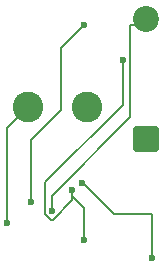
<source format=gbr>
%TF.GenerationSoftware,KiCad,Pcbnew,9.0.4*%
%TF.CreationDate,2025-11-07T15:23:53-06:00*%
%TF.ProjectId,solenoid_breakoutboard,736f6c65-6e6f-4696-945f-627265616b6f,rev?*%
%TF.SameCoordinates,Original*%
%TF.FileFunction,Copper,L2,Bot*%
%TF.FilePolarity,Positive*%
%FSLAX46Y46*%
G04 Gerber Fmt 4.6, Leading zero omitted, Abs format (unit mm)*
G04 Created by KiCad (PCBNEW 9.0.4) date 2025-11-07 15:23:53*
%MOMM*%
%LPD*%
G01*
G04 APERTURE LIST*
G04 Aperture macros list*
%AMRoundRect*
0 Rectangle with rounded corners*
0 $1 Rounding radius*
0 $2 $3 $4 $5 $6 $7 $8 $9 X,Y pos of 4 corners*
0 Add a 4 corners polygon primitive as box body*
4,1,4,$2,$3,$4,$5,$6,$7,$8,$9,$2,$3,0*
0 Add four circle primitives for the rounded corners*
1,1,$1+$1,$2,$3*
1,1,$1+$1,$4,$5*
1,1,$1+$1,$6,$7*
1,1,$1+$1,$8,$9*
0 Add four rect primitives between the rounded corners*
20,1,$1+$1,$2,$3,$4,$5,0*
20,1,$1+$1,$4,$5,$6,$7,0*
20,1,$1+$1,$6,$7,$8,$9,0*
20,1,$1+$1,$8,$9,$2,$3,0*%
G04 Aperture macros list end*
%TA.AperFunction,ComponentPad*%
%ADD10C,2.600000*%
%TD*%
%TA.AperFunction,ComponentPad*%
%ADD11RoundRect,0.249999X0.850001X-0.850001X0.850001X0.850001X-0.850001X0.850001X-0.850001X-0.850001X0*%
%TD*%
%TA.AperFunction,ComponentPad*%
%ADD12C,2.200000*%
%TD*%
%TA.AperFunction,ViaPad*%
%ADD13C,0.600000*%
%TD*%
%TA.AperFunction,Conductor*%
%ADD14C,0.200000*%
%TD*%
G04 APERTURE END LIST*
D10*
%TO.P,L1,1,1*%
%TO.N,Net-(L1-Pad1)*%
X118000000Y-82750000D03*
%TO.P,L1,2,2*%
%TO.N,+5V*%
X123000000Y-82750000D03*
%TD*%
D11*
%TO.P,D1,1,K*%
%TO.N,+5V*%
X128000000Y-85410000D03*
D12*
%TO.P,D1,2,A*%
%TO.N,Net-(D1-A)*%
X128000000Y-75250000D03*
%TD*%
D13*
%TO.N,Net-(D1-A)*%
X120000000Y-91500000D03*
%TO.N,Net-(Q1A-G1)*%
X122750000Y-75750000D03*
X118250000Y-90750000D03*
%TO.N,GND*%
X126000000Y-78750000D03*
X122750000Y-94000000D03*
X121750000Y-89750000D03*
%TO.N,Net-(U1-IO0)*%
X122584692Y-89140929D03*
X128500000Y-95500000D03*
%TO.N,Net-(L1-Pad1)*%
X116250000Y-92500000D03*
%TD*%
D14*
%TO.N,Net-(D1-A)*%
X126660000Y-83590000D02*
X126660000Y-75750000D01*
X120000000Y-90250000D02*
X126660000Y-83590000D01*
X126660000Y-75750000D02*
X127500000Y-75750000D01*
X127500000Y-75750000D02*
X128000000Y-75250000D01*
X120000000Y-91500000D02*
X120000000Y-90250000D01*
%TO.N,Net-(Q1A-G1)*%
X118250000Y-90750000D02*
X118250000Y-85500000D01*
X120750000Y-83000000D02*
X120750000Y-77750000D01*
X120750000Y-77750000D02*
X122750000Y-75750000D01*
X118250000Y-85500000D02*
X120750000Y-83000000D01*
%TO.N,GND*%
X121750000Y-90599943D02*
X120099943Y-92250000D01*
X119900057Y-92250000D02*
X119399000Y-91748943D01*
X122750000Y-91250000D02*
X121750000Y-90250000D01*
X119399000Y-89101000D02*
X126000000Y-82500000D01*
X121750000Y-89750000D02*
X121750000Y-90599943D01*
X121750000Y-90250000D02*
X121750000Y-89750000D01*
X126000000Y-82500000D02*
X126000000Y-78750000D01*
X119399000Y-91748943D02*
X119399000Y-89101000D01*
X120000000Y-92250000D02*
X119900057Y-92250000D01*
X120099943Y-92250000D02*
X120000000Y-92250000D01*
X122750000Y-91250000D02*
X122750000Y-94000000D01*
%TO.N,Net-(U1-IO0)*%
X125250000Y-91750000D02*
X122500000Y-89000000D01*
X128500000Y-95500000D02*
X128500000Y-91750000D01*
X126750000Y-91750000D02*
X125250000Y-91750000D01*
X128500000Y-91750000D02*
X126750000Y-91750000D01*
%TO.N,Net-(L1-Pad1)*%
X116250000Y-84500000D02*
X116250000Y-92250000D01*
X118000000Y-82750000D02*
X116250000Y-84500000D01*
%TD*%
M02*

</source>
